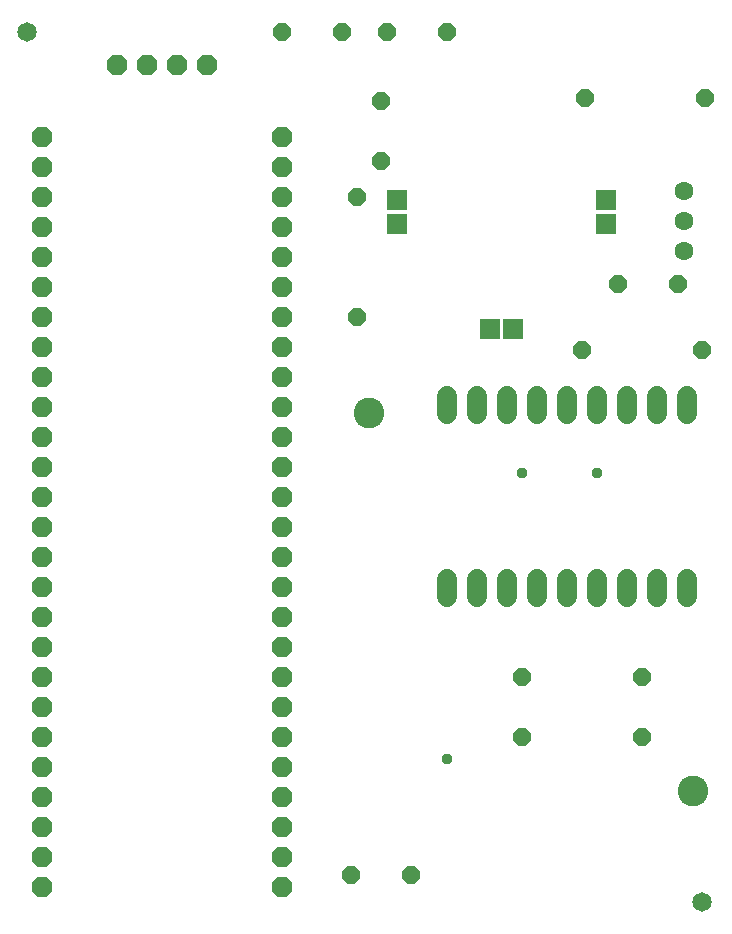
<source format=gbr>
G04 EAGLE Gerber RS-274X export*
G75*
%MOMM*%
%FSLAX34Y34*%
%LPD*%
%INSoldermask Bottom*%
%IPPOS*%
%AMOC8*
5,1,8,0,0,1.08239X$1,22.5*%
G01*
%ADD10C,1.653200*%
%ADD11P,1.852186X8X292.500000*%
%ADD12R,1.711200X1.711200*%
%ADD13C,1.727200*%
%ADD14P,1.649562X8X112.500000*%
%ADD15P,1.649562X8X22.500000*%
%ADD16P,1.649562X8X202.500000*%
%ADD17C,2.603200*%
%ADD18C,1.603200*%
%ADD19P,1.649562X8X292.500000*%
%ADD20P,1.852186X8X22.500000*%
%ADD21C,0.959600*%


D10*
X25400Y762000D03*
X596900Y25400D03*
D11*
X38100Y673100D03*
X38100Y647700D03*
X38100Y622300D03*
X38100Y596900D03*
X38100Y571500D03*
X38100Y546100D03*
X38100Y520700D03*
X38100Y495300D03*
X38100Y469900D03*
X38100Y444500D03*
X38100Y419100D03*
X38100Y393700D03*
X38100Y368300D03*
X38100Y342900D03*
X38100Y317500D03*
X38100Y292100D03*
X38100Y266700D03*
X38100Y241300D03*
X38100Y215900D03*
X38100Y190500D03*
X38100Y165100D03*
X38100Y139700D03*
X38100Y114300D03*
X38100Y88900D03*
X38100Y63500D03*
X38100Y38100D03*
X241300Y673100D03*
X241300Y647700D03*
X241300Y622300D03*
X241300Y596900D03*
X241300Y571500D03*
X241300Y546100D03*
X241300Y520700D03*
X241300Y495300D03*
X241300Y469900D03*
X241300Y444500D03*
X241300Y419100D03*
X241300Y393700D03*
X241300Y368300D03*
X241300Y342900D03*
X241300Y317500D03*
X241300Y292100D03*
X241300Y266700D03*
X241300Y241300D03*
X241300Y215900D03*
X241300Y190500D03*
X241300Y165100D03*
X241300Y139700D03*
X241300Y114300D03*
X241300Y88900D03*
X241300Y63500D03*
X241300Y38100D03*
D12*
X338300Y599600D03*
X338300Y619600D03*
X515800Y619600D03*
X515800Y599600D03*
X437050Y510850D03*
X417050Y510850D03*
D13*
X381000Y298450D02*
X381000Y283210D01*
X406400Y283210D02*
X406400Y298450D01*
X431800Y298450D02*
X431800Y283210D01*
X457200Y283210D02*
X457200Y298450D01*
X482600Y298450D02*
X482600Y283210D01*
X508000Y283210D02*
X508000Y298450D01*
X533400Y298450D02*
X533400Y283210D01*
X558800Y283210D02*
X558800Y298450D01*
X584200Y298450D02*
X584200Y283210D01*
X381000Y438150D02*
X381000Y453390D01*
X406400Y453390D02*
X406400Y438150D01*
X431800Y438150D02*
X431800Y453390D01*
X457200Y453390D02*
X457200Y438150D01*
X482600Y438150D02*
X482600Y453390D01*
X508000Y453390D02*
X508000Y438150D01*
X533400Y438150D02*
X533400Y453390D01*
X558800Y453390D02*
X558800Y438150D01*
X584200Y438150D02*
X584200Y453390D01*
D14*
X304800Y520700D03*
X304800Y622300D03*
D15*
X444500Y165100D03*
X546100Y165100D03*
X444500Y215900D03*
X546100Y215900D03*
D16*
X596900Y492760D03*
X495300Y492760D03*
D17*
X589280Y119380D03*
X314960Y439420D03*
D18*
X581660Y576580D03*
X581660Y601980D03*
X581660Y627380D03*
D15*
X497840Y706120D03*
X599440Y706120D03*
X525780Y548640D03*
X576580Y548640D03*
D19*
X325120Y703580D03*
X325120Y652780D03*
D15*
X299720Y48260D03*
X350520Y48260D03*
D20*
X101600Y734060D03*
X127000Y734060D03*
X152400Y734060D03*
X177800Y734060D03*
D15*
X330200Y762000D03*
X381000Y762000D03*
X241300Y762000D03*
X292100Y762000D03*
D21*
X381000Y146050D03*
X508000Y388620D03*
X444500Y388620D03*
M02*

</source>
